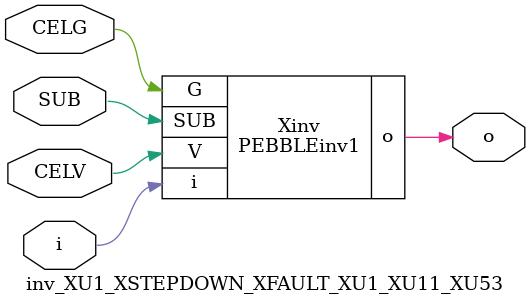
<source format=v>



module PEBBLEinv1 ( o, G, SUB, V, i );

  input V;
  input i;
  input G;
  output o;
  input SUB;
endmodule

//Celera Confidential Do Not Copy inv_XU1_XSTEPDOWN_XFAULT_XU1_XU11_XU53
//Celera Confidential Symbol Generator
//5V Inverter
module inv_XU1_XSTEPDOWN_XFAULT_XU1_XU11_XU53 (CELV,CELG,i,o,SUB);
input CELV;
input CELG;
input i;
input SUB;
output o;

//Celera Confidential Do Not Copy inv
PEBBLEinv1 Xinv(
.V (CELV),
.i (i),
.o (o),
.SUB (SUB),
.G (CELG)
);
//,diesize,PEBBLEinv1

//Celera Confidential Do Not Copy Module End
//Celera Schematic Generator
endmodule

</source>
